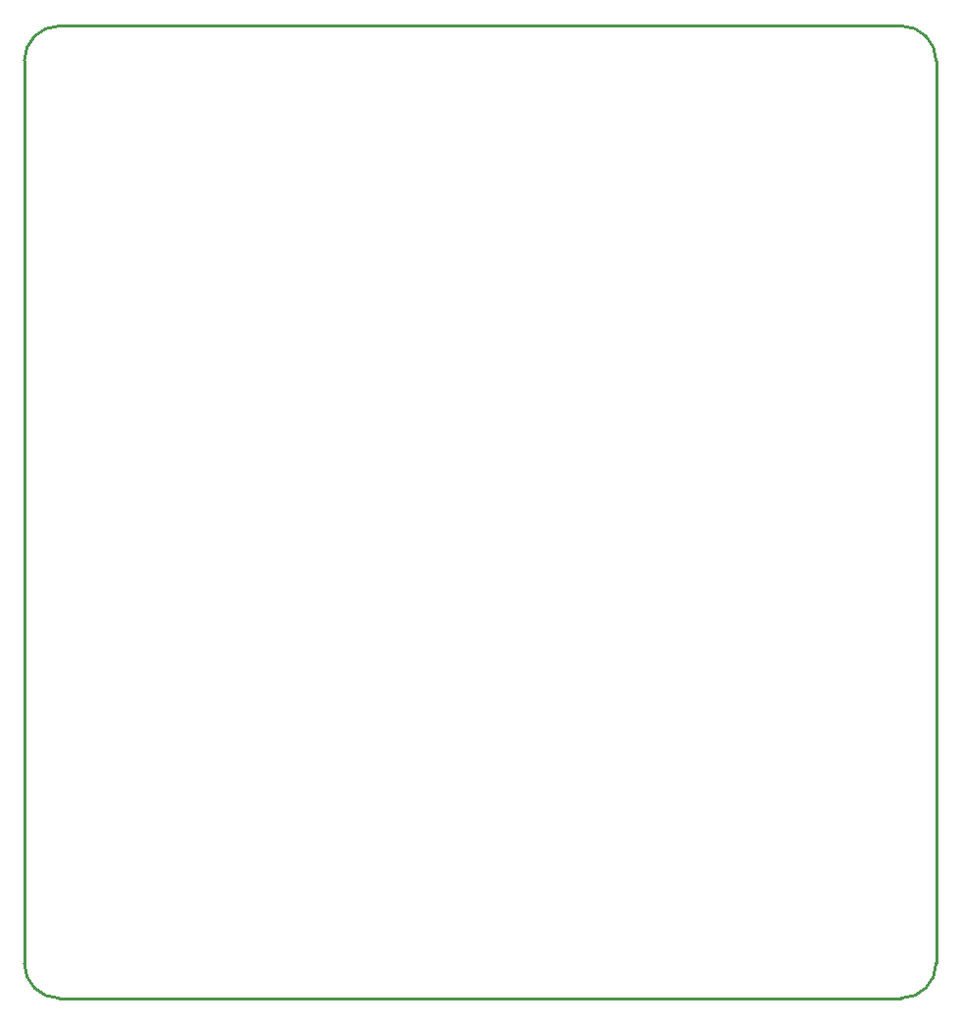
<source format=gko>
G04*
G04 #@! TF.GenerationSoftware,Altium Limited,Altium Designer,20.1.8 (145)*
G04*
G04 Layer_Color=16711935*
%FSLAX25Y25*%
%MOIN*%
G70*
G04*
G04 #@! TF.SameCoordinates,486A09B6-12F7-45F8-8DA0-EDAC55BB016E*
G04*
G04*
G04 #@! TF.FilePolarity,Positive*
G04*
G01*
G75*
%ADD55C,0.01000*%
D55*
X298425Y0D02*
G03*
X310236Y11811I0J11811D01*
G01*
Y318898D02*
G03*
X298425Y330709I-11811J0D01*
G01*
X11811D02*
G03*
X0Y318898I0J-11811D01*
G01*
Y11811D02*
G03*
X11811Y0I11811J0D01*
G01*
Y330709D02*
X298425D01*
X310236Y11811D02*
Y318898D01*
X0Y11811D02*
Y318898D01*
X11811Y-0D02*
X298425Y0D01*
M02*

</source>
